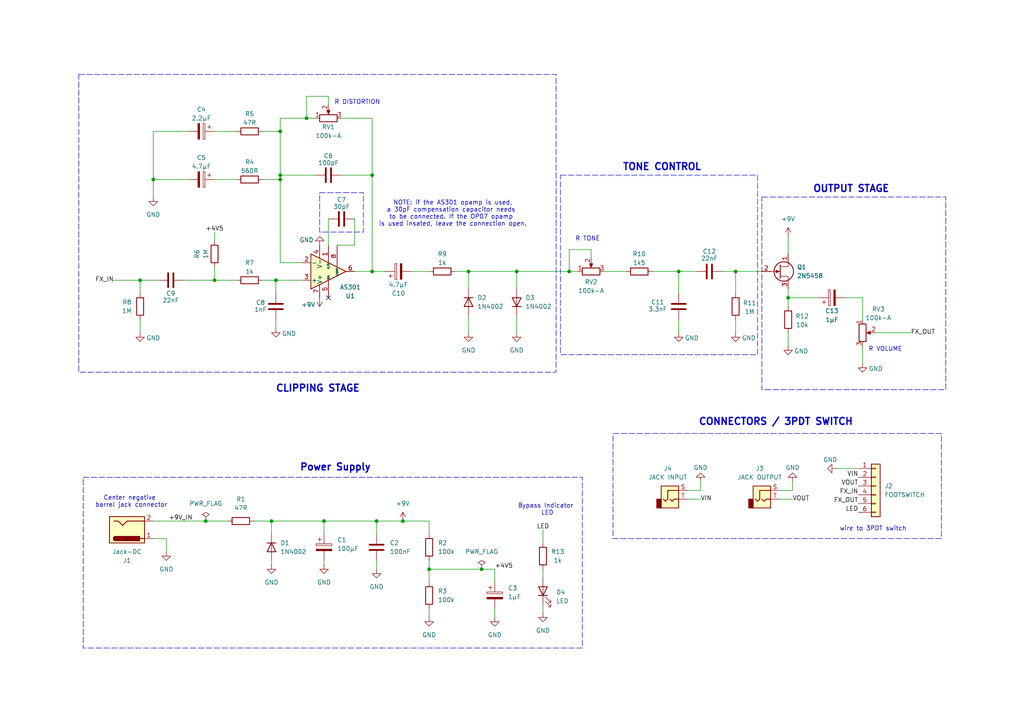
<source format=kicad_sch>
(kicad_sch (version 20231120) (generator "eeschema") (generator_version "8.0")
  (paper "A4")
  (lib_symbols
    (symbol "Amplifier_Operational:LM301" (pin_names (offset 0.127))
      (property "Reference" "U1" (at 8.382 4.318 0))
      (property "Value" "AS301" (at 8.382 1.778 0))
      (symbol "LM301_0_1"
        (polyline (pts (xy -5.08 5.08) (xy 5.08 0) (xy -5.08 -5.08) (xy -5.08 5.08)) (stroke (width 0.254)) (fill (type background)))
      )
      (symbol "LM301_1_1"
        (pin input line (at 0 -7.62 90) (length 5.08) (name "C/B") (number "1"))
        (pin input line (at -7.62 -2.54 0) (length 2.54) (name "-") (number "2"))
        (pin input line (at -7.62 2.54 0) (length 2.54) (name "+") (number "3"))
        (pin power_in line (at -2.54 -7.62 90) (length 3.81) (name "V-") (number "4"))
        (pin input line (at 0 7.62 270) (length 5.08) (name "BAL") (number "5"))
        (pin output line (at 7.62 0 180) (length 2.54) (name "~") (number "6"))
        (pin power_in line (at -2.54 7.62 270) (length 3.81) (name "V+") (number "7"))
        (pin input line (at 2.54 -7.62 90) (length 6.35) (name "COMP") (number "8"))
      )
    )
    (symbol "Connector:Jack-DC" (pin_names (offset 1.016))
      (property "Reference" "J" (at 0 5.334 0))
      (property "Value" "Jack-DC" (at 0 -5.08 0))
      (symbol "Jack-DC_0_1"
        (rectangle (start -5.08 3.81) (end 5.08 -3.81) (stroke (width 0.254)) (fill (type background)))
        (arc (start -3.302 3.175) (mid -3.9343 2.54) (end -3.302 1.905) (stroke (width 0.254)))
        (arc (start -3.302 3.175) (mid -3.9343 2.54) (end -3.302 1.905) (stroke (width 0.254)) (fill (type outline)))
        (polyline (pts (xy 5.08 2.54) (xy 3.81 2.54)) (stroke (width 0.254)))
        (polyline (pts (xy -3.81 -2.54) (xy -2.54 -2.54) (xy -1.27 -1.27) (xy 0 -2.54) (xy 2.54 -2.54) (xy 5.08 -2.54)) (stroke (width 0.254)))
        (rectangle (start 3.683 3.175) (end -3.302 1.905) (stroke (width 0.254)) (fill (type outline)))
      )
      (symbol "Jack-DC_1_1"
        (pin passive line (at 7.62 2.54 180) (length 2.54) (name "~") (number "1"))
        (pin passive line (at 7.62 -2.54 180) (length 2.54) (name "~") (number "2"))
      )
    )
    (symbol "Connector_Audio:AudioJack2"
      (property "Reference" "J" (at 0 8.89 0))
      (property "Value" "AudioJack2" (at 0 6.35 0))
      (symbol "AudioJack2_0_1"
        (rectangle (start -3.81 0) (end -2.54 -2.54) (stroke (width 0.254)) (fill (type outline)))
        (rectangle (start -2.54 3.81) (end 2.54 -2.54) (stroke (width 0.254)) (fill (type background)))
        (polyline (pts (xy 0 0) (xy 0.635 -0.635) (xy 1.27 0) (xy 2.54 0)) (stroke (width 0.254)))
        (polyline (pts (xy 2.54 2.54) (xy -0.635 2.54) (xy -0.635 0) (xy -1.27 -0.635) (xy -1.905 0)) (stroke (width 0.254)))
      )
      (symbol "AudioJack2_1_1"
        (pin passive line (at 5.08 2.54 180) (length 2.54) (name "~") (number "S"))
        (pin passive line (at 5.08 0 180) (length 2.54) (name "~") (number "T"))
      )
    )
    (symbol "Connector_Generic:Conn_01x06" (pin_names (offset 1.016) hide)
      (property "Reference" "J" (at 0 7.62 0))
      (property "Value" "Conn_01x06" (at 0 -10.16 0))
      (symbol "Conn_01x06_1_1"
        (rectangle (start -1.27 -7.493) (end 0 -7.747) (stroke (width 0.1524)))
        (rectangle (start -1.27 -4.953) (end 0 -5.207) (stroke (width 0.1524)))
        (rectangle (start -1.27 -2.413) (end 0 -2.667) (stroke (width 0.1524)))
        (rectangle (start -1.27 0.127) (end 0 -0.127) (stroke (width 0.1524)))
        (rectangle (start -1.27 2.667) (end 0 2.413) (stroke (width 0.1524)))
        (rectangle (start -1.27 5.207) (end 0 4.953) (stroke (width 0.1524)))
        (rectangle (start -1.27 6.35) (end 1.27 -8.89) (stroke (width 0.254)) (fill (type background)))
        (pin passive line (at -5.08 5.08 0) (length 3.81) (name "Pin_1") (number "1"))
        (pin passive line (at -5.08 2.54 0) (length 3.81) (name "Pin_2") (number "2"))
        (pin passive line (at -5.08 0 0) (length 3.81) (name "Pin_3") (number "3"))
        (pin passive line (at -5.08 -2.54 0) (length 3.81) (name "Pin_4") (number "4"))
        (pin passive line (at -5.08 -5.08 0) (length 3.81) (name "Pin_5") (number "5"))
        (pin passive line (at -5.08 -7.62 0) (length 3.81) (name "Pin_6") (number "6"))
      )
    )
    (symbol "Device:C" (pin_numbers hide) (pin_names (offset 0.254))
      (property "Reference" "C" (at 0.635 2.54 0))
      (property "Value" "C" (at 0.635 -2.54 0))
      (symbol "C_0_1"
        (polyline (pts (xy -2.032 -0.762) (xy 2.032 -0.762)) (stroke (width 0.508)))
        (polyline (pts (xy -2.032 0.762) (xy 2.032 0.762)) (stroke (width 0.508)))
      )
      (symbol "C_1_1"
        (pin passive line (at 0 3.81 270) (length 2.794) (name "~") (number "1"))
        (pin passive line (at 0 -3.81 90) (length 2.794) (name "~") (number "2"))
      )
    )
    (symbol "Device:C_Polarized" (pin_numbers hide) (pin_names (offset 0.254))
      (property "Reference" "C" (at 0.635 2.54 0))
      (property "Value" "C_Polarized" (at 0.635 -2.54 0))
      (symbol "C_Polarized_0_1"
        (rectangle (start -2.286 0.508) (end 2.286 1.016))
        (polyline (pts (xy -1.778 2.286) (xy -0.762 2.286)))
        (polyline (pts (xy -1.27 2.794) (xy -1.27 1.778)))
        (rectangle (start 2.286 -0.508) (end -2.286 -1.016) (fill (type outline)))
      )
      (symbol "C_Polarized_1_1"
        (pin passive line (at 0 3.81 270) (length 2.794) (name "~") (number "1"))
        (pin passive line (at 0 -3.81 90) (length 2.794) (name "~") (number "2"))
      )
    )
    (symbol "Device:LED" (pin_numbers hide) (pin_names (offset 1.016) hide)
      (property "Reference" "D" (at 0 2.54 0))
      (property "Value" "LED" (at 0 -2.54 0))
      (symbol "LED_0_1"
        (polyline (pts (xy -1.27 -1.27) (xy -1.27 1.27)) (stroke (width 0.254)))
        (polyline (pts (xy -1.27 0) (xy 1.27 0)))
        (polyline (pts (xy 1.27 -1.27) (xy 1.27 1.27) (xy -1.27 0) (xy 1.27 -1.27)) (stroke (width 0.254)))
        (polyline (pts (xy -3.048 -0.762) (xy -4.572 -2.286) (xy -3.81 -2.286) (xy -4.572 -2.286) (xy -4.572 -1.524)))
        (polyline (pts (xy -1.778 -0.762) (xy -3.302 -2.286) (xy -2.54 -2.286) (xy -3.302 -2.286) (xy -3.302 -1.524)))
      )
      (symbol "LED_1_1"
        (pin passive line (at -3.81 0 0) (length 2.54) (name "K") (number "1"))
        (pin passive line (at 3.81 0 180) (length 2.54) (name "A") (number "2"))
      )
    )
    (symbol "Device:R" (pin_numbers hide) (pin_names (offset 0))
      (property "Reference" "R" (at 2.032 0 90))
      (property "Value" "R" (at 0 0 90))
      (symbol "R_0_1"
        (rectangle (start -1.016 -2.54) (end 1.016 2.54) (stroke (width 0.254)))
      )
      (symbol "R_1_1"
        (pin passive line (at 0 3.81 270) (length 1.27) (name "~") (number "1"))
        (pin passive line (at 0 -3.81 90) (length 1.27) (name "~") (number "2"))
      )
    )
    (symbol "Device:R_Potentiometer" (pin_names (offset 1.016) hide)
      (property "Reference" "RV" (at -4.445 0 90))
      (property "Value" "R_Potentiometer" (at -2.54 0 90))
      (symbol "R_Potentiometer_0_1"
        (polyline (pts (xy 2.54 0) (xy 1.524 0)))
        (polyline (pts (xy 1.143 0) (xy 2.286 0.508) (xy 2.286 -0.508) (xy 1.143 0)) (fill (type outline)))
        (rectangle (start 1.016 2.54) (end -1.016 -2.54) (stroke (width 0.254)))
      )
      (symbol "R_Potentiometer_1_1"
        (pin passive line (at 0 3.81 270) (length 1.27) (name "1") (number "1"))
        (pin passive line (at 3.81 0 180) (length 1.27) (name "2") (number "2"))
        (pin passive line (at 0 -3.81 90) (length 1.27) (name "3") (number "3"))
      )
    )
    (symbol "Diode:1N4002" (pin_numbers hide) (pin_names hide)
      (property "Reference" "D" (at 0 2.54 0))
      (property "Value" "1N4002" (at 0 -2.54 0))
      (symbol "1N4002_0_1"
        (polyline (pts (xy -1.27 1.27) (xy -1.27 -1.27)) (stroke (width 0.254)))
        (polyline (pts (xy 1.27 0) (xy -1.27 0)))
        (polyline (pts (xy 1.27 1.27) (xy 1.27 -1.27) (xy -1.27 0) (xy 1.27 1.27)) (stroke (width 0.254)))
      )
      (symbol "1N4002_1_1"
        (pin passive line (at -3.81 0 0) (length 2.54) (name "K") (number "1"))
        (pin passive line (at 3.81 0 180) (length 2.54) (name "A") (number "2"))
      )
    )
    (symbol "Transistor_FET:2N3819" (pin_names hide)
      (property "Reference" "Q" (at 5.08 1.905 0))
      (property "Value" "2N3819" (at 5.08 0 0))
      (symbol "2N3819_0_1"
        (polyline (pts (xy 0.254 0) (xy -2.54 0)))
        (polyline (pts (xy 0.254 1.905) (xy 0.254 -1.905)) (stroke (width 0.254)))
        (polyline (pts (xy 2.54 -2.54) (xy 2.54 -1.397) (xy 0.254 -1.397)))
        (polyline (pts (xy 2.54 2.54) (xy 2.54 1.397) (xy 0.254 1.397)))
        (polyline (pts (xy 0 0) (xy -1.016 0.381) (xy -1.016 -0.381) (xy 0 0)) (fill (type outline)))
        (circle (center 1.27 0) (radius 2.8194) (stroke (width 0.254)))
      )
      (symbol "2N3819_1_1"
        (pin passive line (at 2.54 5.08 270) (length 2.54) (name "D") (number "1"))
        (pin input line (at -5.08 0 0) (length 2.54) (name "G") (number "2"))
        (pin passive line (at 2.54 -5.08 90) (length 2.54) (name "S") (number "3"))
      )
    )
    (symbol "power:+9V" (power) (pin_numbers hide) (pin_names (offset 0) hide)
      (property "Value" "+9V" (at 0 3.556 0))
      (symbol "+9V_0_1"
        (polyline (pts (xy -0.762 1.27) (xy 0 2.54)))
        (polyline (pts (xy 0 0) (xy 0 2.54)))
        (polyline (pts (xy 0 2.54) (xy 0.762 1.27)))
      )
      (symbol "+9V_1_1"
        (pin power_in line (at 0 0 90) (length 0) (name "~") (number "1"))
      )
    )
    (symbol "power:GND" (power) (pin_numbers hide) (pin_names (offset 0) hide)
      (property "Value" "GND" (at 0 -3.81 0))
      (symbol "GND_0_1"
        (polyline (pts (xy 0 0) (xy 0 -1.27) (xy 1.27 -1.27) (xy 0 -2.54) (xy -1.27 -1.27) (xy 0 -1.27)))
      )
      (symbol "GND_1_1"
        (pin power_in line (at 0 0 270) (length 0) (name "~") (number "1"))
      )
    )
    (symbol "power:PWR_FLAG" (power) (pin_numbers hide) (pin_names (offset 0) hide)
      (property "Value" "PWR_FLAG" (at 0 3.81 0))
      (symbol "PWR_FLAG_0_0"
        (pin power_out line (at 0 0 90) (length 0) (name "~") (number "1"))
      )
      (symbol "PWR_FLAG_0_1"
        (polyline (pts (xy 0 0) (xy 0 1.27) (xy -1.016 1.905) (xy 0 2.54) (xy 1.016 1.905) (xy 0 1.27)))
      )
    )
  )
  (junction (at 93.98 151.13))
  (junction (at 107.95 50.8))
  (junction (at 107.95 78.74))
  (junction (at 139.7 165.1))
  (junction (at 109.22 151.13))
  (junction (at 81.28 52.07))
  (junction (at 44.45 52.07))
  (junction (at 80.01 81.28))
  (junction (at 149.86 78.74))
  (junction (at 78.74 151.13))
  (junction (at 196.85 78.74))
  (junction (at 228.6 86.36))
  (junction (at 116.84 151.13))
  (junction (at 81.28 50.8))
  (junction (at 40.64 81.28))
  (junction (at 62.23 81.28))
  (junction (at 135.89 78.74))
  (junction (at 88.9 34.29))
  (junction (at 124.46 165.1))
  (junction (at 165.1 78.74))
  (junction (at 81.28 38.1))
  (junction (at 213.36 78.74))
  (junction (at 59.69 151.13))
  (no_connect (at 95.25 86.36))
  (wire (pts (xy 109.22 151.13) (xy 116.84 151.13)))
  (wire (pts (xy 80.01 92.71) (xy 80.01 95.25)))
  (wire (pts (xy 107.95 50.8) (xy 107.95 78.74)))
  (wire (pts (xy 48.26 156.21) (xy 48.26 160.02)))
  (wire (pts (xy 254 96.52) (xy 264.16 96.52)))
  (wire (pts (xy 228.6 86.36) (xy 237.49 86.36)))
  (wire (pts (xy 157.48 165.1) (xy 157.48 167.64)))
  (wire (pts (xy 68.58 81.28) (xy 62.23 81.28)))
  (wire (pts (xy 109.22 162.56) (xy 109.22 165.1)))
  (wire (pts (xy 213.36 92.71) (xy 213.36 96.52)))
  (wire (pts (xy 107.95 34.29) (xy 107.95 50.8)))
  (wire (pts (xy 196.85 96.52) (xy 196.85 92.71)))
  (wire (pts (xy 102.87 71.12) (xy 97.79 71.12)))
  (wire (pts (xy 213.36 78.74) (xy 220.98 78.74)))
  (wire (pts (xy 44.45 52.07) (xy 54.61 52.07)))
  (wire (pts (xy 124.46 162.56) (xy 124.46 165.1)))
  (wire (pts (xy 78.74 163.83) (xy 78.74 162.56)))
  (wire (pts (xy 62.23 52.07) (xy 68.58 52.07)))
  (wire (pts (xy 44.45 57.15) (xy 44.45 52.07)))
  (wire (pts (xy 80.01 81.28) (xy 87.63 81.28)))
  (wire (pts (xy 102.87 78.74) (xy 107.95 78.74)))
  (wire (pts (xy 109.22 151.13) (xy 109.22 154.94)))
  (wire (pts (xy 81.28 50.8) (xy 91.44 50.8)))
  (wire (pts (xy 135.89 96.52) (xy 135.89 91.44)))
  (wire (pts (xy 76.2 81.28) (xy 80.01 81.28)))
  (wire (pts (xy 209.55 78.74) (xy 213.36 78.74)))
  (wire (pts (xy 81.28 34.29) (xy 88.9 34.29)))
  (wire (pts (xy 76.2 38.1) (xy 81.28 38.1)))
  (wire (pts (xy 203.2 139.7) (xy 203.2 142.24)))
  (wire (pts (xy 44.45 156.21) (xy 48.26 156.21)))
  (wire (pts (xy 81.28 38.1) (xy 81.28 50.8)))
  (wire (pts (xy 62.23 38.1) (xy 68.58 38.1)))
  (wire (pts (xy 165.1 72.39) (xy 165.1 78.74)))
  (wire (pts (xy 171.45 74.93) (xy 171.45 72.39)))
  (wire (pts (xy 229.87 139.7) (xy 229.87 142.24)))
  (wire (pts (xy 157.48 153.67) (xy 157.48 157.48)))
  (wire (pts (xy 228.6 96.52) (xy 228.6 100.33)))
  (wire (pts (xy 242.57 135.89) (xy 248.92 135.89)))
  (wire (pts (xy 135.89 78.74) (xy 135.89 83.82)))
  (wire (pts (xy 139.7 165.1) (xy 143.51 165.1)))
  (wire (pts (xy 250.19 92.71) (xy 250.19 86.36)))
  (wire (pts (xy 93.98 162.56) (xy 93.98 163.83)))
  (wire (pts (xy 54.61 38.1) (xy 44.45 38.1)))
  (wire (pts (xy 95.25 63.5) (xy 95.25 71.12)))
  (wire (pts (xy 76.2 52.07) (xy 81.28 52.07)))
  (wire (pts (xy 124.46 176.53) (xy 124.46 179.07)))
  (wire (pts (xy 99.06 50.8) (xy 107.95 50.8)))
  (wire (pts (xy 149.86 78.74) (xy 165.1 78.74)))
  (wire (pts (xy 124.46 151.13) (xy 124.46 154.94)))
  (wire (pts (xy 62.23 67.31) (xy 62.23 69.85)))
  (wire (pts (xy 157.48 175.26) (xy 157.48 177.8)))
  (wire (pts (xy 124.46 165.1) (xy 124.46 168.91)))
  (wire (pts (xy 78.74 151.13) (xy 93.98 151.13)))
  (wire (pts (xy 107.95 78.74) (xy 111.76 78.74)))
  (wire (pts (xy 175.26 78.74) (xy 181.61 78.74)))
  (wire (pts (xy 196.85 78.74) (xy 189.23 78.74)))
  (wire (pts (xy 124.46 165.1) (xy 139.7 165.1)))
  (wire (pts (xy 196.85 78.74) (xy 196.85 85.09)))
  (wire (pts (xy 88.9 34.29) (xy 91.44 34.29)))
  (wire (pts (xy 81.28 38.1) (xy 81.28 34.29)))
  (wire (pts (xy 199.39 144.78) (xy 203.2 144.78)))
  (wire (pts (xy 149.86 78.74) (xy 149.86 83.82)))
  (wire (pts (xy 80.01 85.09) (xy 80.01 81.28)))
  (wire (pts (xy 95.25 27.94) (xy 88.9 27.94)))
  (wire (pts (xy 116.84 151.13) (xy 124.46 151.13)))
  (wire (pts (xy 143.51 165.1) (xy 143.51 168.91)))
  (wire (pts (xy 228.6 86.36) (xy 228.6 88.9)))
  (wire (pts (xy 250.19 100.33) (xy 250.19 105.41)))
  (wire (pts (xy 102.87 63.5) (xy 102.87 71.12)))
  (wire (pts (xy 59.69 151.13) (xy 66.04 151.13)))
  (wire (pts (xy 40.64 85.09) (xy 40.64 81.28)))
  (wire (pts (xy 228.6 68.58) (xy 228.6 73.66)))
  (wire (pts (xy 196.85 78.74) (xy 201.93 78.74)))
  (wire (pts (xy 143.51 176.53) (xy 143.51 179.07)))
  (wire (pts (xy 44.45 38.1) (xy 44.45 52.07)))
  (wire (pts (xy 93.98 151.13) (xy 93.98 154.94)))
  (wire (pts (xy 226.06 144.78) (xy 229.87 144.78)))
  (wire (pts (xy 203.2 142.24) (xy 199.39 142.24)))
  (wire (pts (xy 99.06 34.29) (xy 107.95 34.29)))
  (wire (pts (xy 165.1 78.74) (xy 167.64 78.74)))
  (wire (pts (xy 81.28 50.8) (xy 81.28 52.07)))
  (wire (pts (xy 132.08 78.74) (xy 135.89 78.74)))
  (wire (pts (xy 250.19 86.36) (xy 245.11 86.36)))
  (wire (pts (xy 149.86 96.52) (xy 149.86 91.44)))
  (wire (pts (xy 229.87 142.24) (xy 226.06 142.24)))
  (wire (pts (xy 44.45 151.13) (xy 59.69 151.13)))
  (wire (pts (xy 62.23 81.28) (xy 62.23 77.47)))
  (wire (pts (xy 40.64 81.28) (xy 45.72 81.28)))
  (wire (pts (xy 93.98 151.13) (xy 109.22 151.13)))
  (wire (pts (xy 40.64 92.71) (xy 40.64 96.52)))
  (wire (pts (xy 88.9 27.94) (xy 88.9 34.29)))
  (wire (pts (xy 81.28 76.2) (xy 87.63 76.2)))
  (wire (pts (xy 53.34 81.28) (xy 62.23 81.28)))
  (wire (pts (xy 135.89 78.74) (xy 149.86 78.74)))
  (wire (pts (xy 95.25 30.48) (xy 95.25 27.94)))
  (wire (pts (xy 171.45 72.39) (xy 165.1 72.39)))
  (wire (pts (xy 228.6 83.82) (xy 228.6 86.36)))
  (wire (pts (xy 81.28 52.07) (xy 81.28 76.2)))
  (wire (pts (xy 213.36 78.74) (xy 213.36 85.09)))
  (wire (pts (xy 119.38 78.74) (xy 124.46 78.74)))
  (wire (pts (xy 73.66 151.13) (xy 78.74 151.13)))
  (wire (pts (xy 33.02 81.28) (xy 40.64 81.28)))
  (wire (pts (xy 78.74 151.13) (xy 78.74 154.94)))
  (rectangle (start 220.98 57.15) (end 274.32 113.03) (stroke (width 0) (type dash)))
  (rectangle (start 92.71 55.88) (end 105.41 67.31) (stroke (width 0) (type dash)))
  (rectangle (start 162.56 50.8) (end 219.71 102.87) (stroke (width 0) (type dash)))
  (rectangle (start 22.86 21.59) (end 161.29 107.95) (stroke (width 0) (type dash)))
  (rectangle (start 24.13 138.43) (end 168.91 187.96) (stroke (width 0) (type dash)))
  (rectangle (start 177.8 125.73) (end 273.05 156.21) (stroke (width 0) (type dash)))
  (text "TONE CONTROL" (at 192.024 48.514 0) (effects (font (size 2 2) (thickness 0.4) (bold yes))))
  (text "Power Supply" (at 97.282 135.636 0) (effects (font (size 2 2) (thickness 0.4) (bold yes))))
  (text "R VOLUME" (at 256.794 101.346 0) (effects (font (size 1.27 1.27))))
  (text "CLIPPING STAGE" (at 92.202 112.776 0) (effects (font (size 2 2) (thickness 0.4) (bold yes))))
  (text "wire to 3PDT switch" (at 253.238 153.416 0) (effects (font (size 1.27 1.27))))
  (text "NOTE: if the AS301 opamp is used,\na 30pF compensation capacitor needs \nto be connected. If the OP07 opamp \nis used insated, leave the connection open." (at 131.318 61.976 0) (effects (font (size 1.27 1.27))))
  (text "R DISTORTION" (at 103.632 29.718 0) (effects (font (size 1.27 1.27))))
  (text "Bypass Indicator \nLED" (at 158.75 147.828 0) (effects (font (size 1.27 1.27))))
  (text "OUTPUT STAGE" (at 246.888 54.864 0) (effects (font (size 2 2) (thickness 0.4) (bold yes))))
  (text "CONNECTORS / 3PDT SWITCH" (at 225.044 122.428 0) (effects (font (size 2 2) (thickness 0.4) (bold yes))))
  (text "Center negative \nbarrel jack connector" (at 38.1 145.542 0) (effects (font (size 1.27 1.27))))
  (text "R TONE" (at 170.434 69.342 0) (effects (font (size 1.27 1.27))))
  (label "VOUT" (at 229.87 144.78 0))
  (label "FX_IN" (at 248.92 143.51 180))
  (label "FX_IN" (at 33.02 81.28 180))
  (label "VIN" (at 203.2 144.78 0))
  (label "FX_OUT" (at 248.92 146.05 180))
  (label "LED" (at 157.48 153.67 0))
  (label "+9V_IN" (at 55.88 151.13 180))
  (label "FX_OUT" (at 264.16 96.52 0))
  (label "+4V5" (at 62.23 67.31 0))
  (label "LED" (at 248.92 148.59 180))
  (label "+4V5" (at 143.51 165.1 0))
  (label "VIN" (at 248.92 138.43 180))
  (label "VOUT" (at 248.92 140.97 180))
  (symbol (lib_id "Device:C") (at 196.85 88.9 0) (unit 1)
    (property "Reference" "C11" (at 190.754 87.63 0))
    (property "Value" "3.3nF" (at 190.754 89.662 0))
    (property "Footprint" "Capacitor_THT:C_Disc_D4.3mm_W1.9mm_P5.00mm" (effects (hide yes)))
    (property "Description" "Unpolarized capacitor" (effects (hide yes)))
  )
  (symbol (lib_id "Device:R") (at 157.48 161.29 180) (unit 1)
    (property "Reference" "R13" (at 161.798 160.02 0))
    (property "Value" "1k" (at 161.798 162.56 0))
    (property "Footprint" "Resistor_THT:R_Axial_DIN0207_L6.3mm_D2.5mm_P7.62mm_Horizontal" (effects (hide yes)))
    (property "Description" "Resistor" (effects (hide yes)))
  )
  (symbol (lib_id "Diode:1N4002") (at 135.89 87.63 270) (unit 1)
    (property "Reference" "D2" (at 138.43 86.3599 90) (effects (justify left)))
    (property "Value" "1N4002" (at 138.43 88.8999 90) (effects (justify left)))
    (property "Footprint" "Diode_THT:D_DO-41_SOD81_P10.16mm_Horizontal" (effects (hide yes)))
    (property "Datasheet" "http://www.vishay.com/docs/88503/1n4001.pdf" (effects (hide yes)))
    (property "Description" "100V 1A General Purpose Rectifier Diode, DO-41" (effects (hide yes)))
    (property "Sim.Device" "D" (effects (hide yes)))
    (property "Sim.Pins" "1=K 2=A" (effects (hide yes)))
  )
  (symbol (lib_id "power:+9V") (at 92.71 86.36 180) (unit 1)
    (property "Reference" "#PWR08" (effects (hide yes)))
    (property "Value" "+9V" (at 89.408 88.392 0))
    (property "Description" "Power symbol creates a global label with name \"+9V\"" (effects (hide yes)))
  )
  (symbol (lib_id "Connector_Audio:AudioJack2") (at 220.98 144.78 0) (unit 1)
    (property "Reference" "J3" (at 220.345 135.89 0))
    (property "Value" "JACK OUTPUT" (at 220.345 138.43 0))
    (property "Footprint" "TestPoint:TestPoint_2Pads_Pitch2.54mm_Drill0.8mm" (effects (hide yes)))
    (property "Description" "Audio Jack, 2 Poles (Mono / TS)" (effects (hide yes)))
  )
  (symbol (lib_id "power:GND") (at 48.26 160.02 0) (unit 1)
    (property "Reference" "#PWR019" (effects (hide yes)))
    (property "Value" "GND" (at 48.26 165.1 0))
    (property "Description" "Power symbol creates a global label with name \"GND\" , ground" (effects (hide yes)))
  )
  (symbol (lib_id "power:GND") (at 242.57 135.89 270) (unit 1)
    (property "Reference" "#PWR020" (effects (hide yes)))
    (property "Value" "GND" (at 240.792 133.35 90))
    (property "Description" "Power symbol creates a global label with name \"GND\" , ground" (effects (hide yes)))
  )
  (symbol (lib_id "power:GND") (at 213.36 96.52 0) (unit 1)
    (property "Reference" "#PWR015" (effects (hide yes)))
    (property "Value" "GND" (at 217.17 98.044 0))
    (property "Description" "Power symbol creates a global label with name \"GND\" , ground" (effects (hide yes)))
  )
  (symbol (lib_id "power:GND") (at 157.48 177.8 0) (unit 1)
    (property "Reference" "#PWR023" (effects (hide yes)))
    (property "Value" "GND" (at 157.48 182.88 0))
    (property "Description" "Power symbol creates a global label with name \"GND\" , ground" (effects (hide yes)))
  )
  (symbol (lib_id "Device:R") (at 185.42 78.74 90) (unit 1)
    (property "Reference" "R10" (at 185.42 73.66 90))
    (property "Value" "1k5" (at 185.42 76.2 90))
    (property "Footprint" "Resistor_THT:R_Axial_DIN0207_L6.3mm_D2.5mm_P7.62mm_Horizontal" (effects (hide yes)))
    (property "Description" "Resistor" (effects (hide yes)))
  )
  (symbol (lib_id "power:GND") (at 196.85 96.52 0) (unit 1)
    (property "Reference" "#PWR014" (effects (hide yes)))
    (property "Value" "GND" (at 200.66 98.044 0))
    (property "Description" "Power symbol creates a global label with name \"GND\" , ground" (effects (hide yes)))
  )
  (symbol (lib_id "power:GND") (at 92.71 71.12 180) (unit 1)
    (property "Reference" "#PWR07" (effects (hide yes)))
    (property "Value" "GND" (at 88.9 69.596 0))
    (property "Description" "Power symbol creates a global label with name \"GND\" , ground" (effects (hide yes)))
  )
  (symbol (lib_id "Device:R_Potentiometer") (at 250.19 96.52 0) (unit 1)
    (property "Reference" "RV3" (at 254.762 89.662 0))
    (property "Value" "100k-A" (at 254.762 92.202 0))
    (property "Footprint" "Connector_PinSocket_2.54mm:PinSocket_1x03_P2.54mm_Vertical" (effects (hide yes)))
    (property "Description" "Potentiometer" (effects (hide yes)))
  )
  (symbol (lib_id "Device:R_Potentiometer") (at 171.45 78.74 90) (unit 1)
    (property "Reference" "RV2" (at 171.45 81.788 90))
    (property "Value" "100k-A" (at 171.45 84.328 90))
    (property "Footprint" "Connector_PinSocket_2.54mm:PinSocket_1x03_P2.54mm_Vertical" (effects (hide yes)))
    (property "Description" "Potentiometer" (effects (hide yes)))
  )
  (symbol (lib_id "Device:R") (at 69.85 151.13 90) (unit 1)
    (property "Reference" "R1" (at 69.85 144.78 90))
    (property "Value" "47R" (at 69.85 147.32 90))
    (property "Footprint" "Resistor_THT:R_Axial_DIN0207_L6.3mm_D2.5mm_P7.62mm_Horizontal" (effects (hide yes)))
    (property "Description" "Resistor" (effects (hide yes)))
  )
  (symbol (lib_id "Device:C") (at 49.53 81.28 90) (unit 1)
    (property "Reference" "C9" (at 49.53 85.09 90))
    (property "Value" "22nF" (at 49.53 87.122 90))
    (property "Footprint" "Capacitor_THT:C_Disc_D4.3mm_W1.9mm_P5.00mm" (effects (hide yes)))
    (property "Description" "Unpolarized capacitor" (effects (hide yes)))
  )
  (symbol (lib_id "Device:C_Polarized") (at 241.3 86.36 90) (unit 1)
    (property "Reference" "C13" (at 241.3 90.17 90))
    (property "Value" "1µF" (at 241.3 92.71 90))
    (property "Footprint" "Capacitor_THT:CP_Radial_D5.0mm_P2.00mm" (effects (hide yes)))
    (property "Description" "Polarized capacitor" (effects (hide yes)))
  )
  (symbol (lib_id "Device:LED") (at 157.48 171.45 90) (unit 1)
    (property "Reference" "D4" (at 161.29 171.7674 90) (effects (justify right)))
    (property "Value" "LED" (at 161.29 174.3074 90) (effects (justify right)))
    (property "Footprint" "LED_THT:LED_D5.0mm_IRBlack" (effects (hide yes)))
    (property "Description" "Light emitting diode" (effects (hide yes)))
  )
  (symbol (lib_id "Device:C_Polarized") (at 93.98 158.75 0) (unit 1)
    (property "Reference" "C1" (at 97.79 156.5909 0) (effects (justify left)))
    (property "Value" "100µF" (at 97.79 159.1309 0) (effects (justify left)))
    (property "Footprint" "Capacitor_THT:CP_Radial_D6.3mm_P2.50mm" (effects (hide yes)))
    (property "Description" "Polarized capacitor" (effects (hide yes)))
  )
  (symbol (lib_id "power:GND") (at 93.98 163.83 0) (unit 1)
    (property "Reference" "#PWR02" (effects (hide yes)))
    (property "Value" "GND" (at 93.98 168.91 0))
    (property "Description" "Power symbol creates a global label with name \"GND\" , ground" (effects (hide yes)))
  )
  (symbol (lib_id "power:GND") (at 143.51 179.07 0) (unit 1)
    (property "Reference" "#PWR05" (effects (hide yes)))
    (property "Value" "GND" (at 143.51 184.15 0))
    (property "Description" "Power symbol creates a global label with name \"GND\" , ground" (effects (hide yes)))
  )
  (symbol (lib_id "Device:R") (at 128.27 78.74 90) (unit 1)
    (property "Reference" "R9" (at 128.27 73.66 90))
    (property "Value" "1k" (at 128.27 76.2 90))
    (property "Footprint" "Resistor_THT:R_Axial_DIN0207_L6.3mm_D2.5mm_P7.62mm_Horizontal" (effects (hide yes)))
    (property "Description" "Resistor" (effects (hide yes)))
  )
  (symbol (lib_id "Device:R") (at 228.6 92.71 180) (unit 1)
    (property "Reference" "R12" (at 232.664 91.694 0))
    (property "Value" "10k" (at 232.664 94.234 0))
    (property "Footprint" "Resistor_THT:R_Axial_DIN0207_L6.3mm_D2.5mm_P7.62mm_Horizontal" (effects (hide yes)))
    (property "Description" "Resistor" (effects (hide yes)))
  )
  (symbol (lib_id "Connector:Jack-DC") (at 36.83 153.67 0) (mirror x) (unit 1)
    (property "Reference" "J1" (at 36.83 162.56 0))
    (property "Value" "Jack-DC" (at 36.83 160.02 0))
    (property "Footprint" "Connector_PinHeader_1.00mm:PinHeader_1x02_P1.00mm_Vertical" (effects (hide yes)))
    (property "Description" "DC Barrel Jack" (effects (hide yes)))
  )
  (symbol (lib_id "Device:C") (at 80.01 88.9 0) (unit 1)
    (property "Reference" "C8" (at 75.565 87.757 0))
    (property "Value" "1nF" (at 75.565 89.789 0))
    (property "Footprint" "Capacitor_THT:C_Disc_D4.3mm_W1.9mm_P5.00mm" (effects (hide yes)))
    (property "Description" "Unpolarized capacitor" (effects (hide yes)))
  )
  (symbol (lib_id "Device:R") (at 72.39 81.28 90) (unit 1)
    (property "Reference" "R7" (at 72.39 76.2 90))
    (property "Value" "1k" (at 72.39 78.74 90))
    (property "Footprint" "Resistor_THT:R_Axial_DIN0207_L6.3mm_D2.5mm_P7.62mm_Horizontal" (effects (hide yes)))
    (property "Description" "Resistor" (effects (hide yes)))
  )
  (symbol (lib_id "Device:C_Polarized") (at 58.42 38.1 270) (unit 1)
    (property "Reference" "C4" (at 58.42 31.75 90))
    (property "Value" "2.2µF" (at 58.42 34.29 90))
    (property "Footprint" "Capacitor_THT:CP_Radial_D5.0mm_P2.00mm" (effects (hide yes)))
    (property "Description" "Polarized capacitor" (effects (hide yes)))
  )
  (symbol (lib_id "power:GND") (at 250.19 105.41 0) (unit 1)
    (property "Reference" "#PWR018" (effects (hide yes)))
    (property "Value" "GND" (at 254 106.934 0))
    (property "Description" "Power symbol creates a global label with name \"GND\" , ground" (effects (hide yes)))
  )
  (symbol (lib_id "Device:R_Potentiometer") (at 95.25 34.29 90) (unit 1)
    (property "Reference" "RV1" (at 95.25 36.83 90))
    (property "Value" "100k-A" (at 95.25 39.37 90))
    (property "Footprint" "Connector_PinSocket_2.54mm:PinSocket_1x03_P2.54mm_Vertical" (effects (hide yes)))
    (property "Description" "Potentiometer" (effects (hide yes)))
  )
  (symbol (lib_id "Device:R") (at 124.46 172.72 180) (unit 1)
    (property "Reference" "R3" (at 127 171.4499 0) (effects (justify right)))
    (property "Value" "100k" (at 127 173.9899 0) (effects (justify right)))
    (property "Footprint" "Resistor_THT:R_Axial_DIN0207_L6.3mm_D2.5mm_P7.62mm_Horizontal" (effects (hide yes)))
    (property "Description" "Resistor" (effects (hide yes)))
  )
  (symbol (lib_id "Connector_Generic:Conn_01x06") (at 254 140.97 0) (unit 1)
    (property "Reference" "J2" (at 256.54 140.9699 0) (effects (justify left)))
    (property "Value" "FOOTSWITCH" (at 256.54 143.5099 0) (effects (justify left)))
    (property "Footprint" "Connector_PinHeader_2.54mm:PinHeader_1x06_P2.54mm_Vertical" (effects (hide yes)))
    (property "Description" "Generic connector, single row, 01x06, script generated (kicad-library-utils/schlib/autogen/connector/)" (effects (hide yes)))
  )
  (symbol (lib_id "Device:C") (at 109.22 158.75 0) (unit 1)
    (property "Reference" "C2" (at 113.03 157.4799 0) (effects (justify left)))
    (property "Value" "100nF" (at 113.03 160.0199 0) (effects (justify left)))
    (property "Footprint" "Capacitor_THT:C_Disc_D4.3mm_W1.9mm_P5.00mm" (effects (hide yes)))
    (property "Description" "Unpolarized capacitor" (effects (hide yes)))
  )
  (symbol (lib_id "Device:R") (at 62.23 73.66 180) (unit 1)
    (property "Reference" "R6" (at 57.15 73.66 90))
    (property "Value" "1M" (at 59.69 73.66 90))
    (property "Footprint" "Resistor_THT:R_Axial_DIN0207_L6.3mm_D2.5mm_P7.62mm_Horizontal" (effects (hide yes)))
    (property "Description" "Resistor" (effects (hide yes)))
  )
  (symbol (lib_id "power:PWR_FLAG") (at 59.69 151.13 0) (unit 1)
    (property "Reference" "#FLG01" (effects (hide yes)))
    (property "Value" "PWR_FLAG" (at 59.69 146.05 0))
    (property "Description" "Special symbol for telling ERC where power comes from" (effects (hide yes)))
  )
  (symbol (lib_id "Device:R") (at 124.46 158.75 180) (unit 1)
    (property "Reference" "R2" (at 127 157.4799 0) (effects (justify right)))
    (property "Value" "100k" (at 127 160.0199 0) (effects (justify right)))
    (property "Footprint" "Resistor_THT:R_Axial_DIN0207_L6.3mm_D2.5mm_P7.62mm_Horizontal" (effects (hide yes)))
    (property "Description" "Resistor" (effects (hide yes)))
  )
  (symbol (lib_id "Diode:1N4002") (at 78.74 158.75 270) (unit 1)
    (property "Reference" "D1" (at 81.28 157.4799 90) (effects (justify left)))
    (property "Value" "1N4002" (at 81.28 160.0199 90) (effects (justify left)))
    (property "Footprint" "Diode_THT:D_DO-41_SOD81_P10.16mm_Horizontal" (effects (hide yes)))
    (property "Datasheet" "http://www.vishay.com/docs/88503/1n4001.pdf" (effects (hide yes)))
    (property "Description" "100V 1A General Purpose Rectifier Diode, DO-41" (effects (hide yes)))
    (property "Sim.Device" "D" (effects (hide yes)))
    (property "Sim.Pins" "1=K 2=A" (effects (hide yes)))
  )
  (symbol (lib_id "Device:C") (at 99.06 63.5 270) (unit 1)
    (property "Reference" "C7" (at 99.06 57.912 90))
    (property "Value" "30pF" (at 99.06 59.944 90))
    (property "Footprint" "Capacitor_THT:C_Disc_D4.3mm_W1.9mm_P5.00mm" (effects (hide yes)))
    (property "Description" "Unpolarized capacitor" (effects (hide yes)))
  )
  (symbol (lib_id "Device:C_Polarized") (at 58.42 52.07 270) (unit 1)
    (property "Reference" "C5" (at 58.42 45.72 90))
    (property "Value" "4.7µF" (at 58.42 48.26 90))
    (property "Footprint" "Capacitor_THT:CP_Radial_D5.0mm_P2.00mm" (effects (hide yes)))
    (property "Description" "Polarized capacitor" (effects (hide yes)))
  )
  (symbol (lib_id "power:GND") (at 78.74 163.83 0) (unit 1)
    (property "Reference" "#PWR01" (effects (hide yes)))
    (property "Value" "GND" (at 78.74 168.91 0))
    (property "Description" "Power symbol creates a global label with name \"GND\" , ground" (effects (hide yes)))
  )
  (symbol (lib_id "Amplifier_Operational:LM301") (at 95.25 78.74 0) (mirror x) (unit 1)
    (property "Reference" "U1" (at 101.6 85.852 0))
    (property "Value" "AS301" (at 101.6 83.312 0))
    (property "Footprint" "Package_DIP:DIP-8_W7.62mm_Socket" (effects (hide yes)))
    (property "Datasheet" "http://www.ti.com/lit/ds/symlink/lm101a-n.pdf" (effects (hide yes)))
    (property "Description" "Operational Amplifier, DIP-8/TO-99-8" (effects (hide yes)))
  )
  (symbol (lib_id "power:PWR_FLAG") (at 139.7 165.1 0) (unit 1)
    (property "Reference" "#FLG02" (effects (hide yes)))
    (property "Value" "PWR_FLAG" (at 139.7 160.02 0))
    (property "Description" "Special symbol for telling ERC where power comes from" (effects (hide yes)))
  )
  (symbol (lib_id "Device:R") (at 72.39 38.1 90) (unit 1)
    (property "Reference" "R5" (at 72.39 33.02 90))
    (property "Value" "47R" (at 72.39 35.56 90))
    (property "Footprint" "Resistor_THT:R_Axial_DIN0207_L6.3mm_D2.5mm_P7.62mm_Horizontal" (effects (hide yes)))
    (property "Description" "Resistor" (effects (hide yes)))
  )
  (symbol (lib_id "power:GND") (at 40.64 96.52 0) (unit 1)
    (property "Reference" "#PWR011" (effects (hide yes)))
    (property "Value" "GND" (at 44.45 98.044 0))
    (property "Description" "Power symbol creates a global label with name \"GND\" , ground" (effects (hide yes)))
  )
  (symbol (lib_id "Device:C_Polarized") (at 143.51 172.72 0) (unit 1)
    (property "Reference" "C3" (at 147.32 170.5609 0) (effects (justify left)))
    (property "Value" "1µF" (at 147.32 173.1009 0) (effects (justify left)))
    (property "Footprint" "Capacitor_THT:CP_Radial_D5.0mm_P2.00mm" (effects (hide yes)))
    (property "Description" "Polarized capacitor" (effects (hide yes)))
  )
  (symbol (lib_id "power:GND") (at 229.87 139.7 180) (unit 1)
    (property "Reference" "#PWR021" (effects (hide yes)))
    (property "Value" "GND" (at 229.87 135.636 0))
    (property "Description" "Power symbol creates a global label with name \"GND\" , ground" (effects (hide yes)))
  )
  (symbol (lib_id "Diode:1N4002") (at 149.86 87.63 90) (unit 1)
    (property "Reference" "D3" (at 152.4 86.3599 90) (effects (justify right)))
    (property "Value" "1N4002" (at 152.4 88.8999 90) (effects (justify right)))
    (property "Footprint" "Diode_THT:D_DO-41_SOD81_P10.16mm_Horizontal" (effects (hide yes)))
    (property "Datasheet" "http://www.vishay.com/docs/88503/1n4001.pdf" (effects (hide yes)))
    (property "Description" "100V 1A General Purpose Rectifier Diode, DO-41" (effects (hide yes)))
    (property "Sim.Device" "D" (effects (hide yes)))
    (property "Sim.Pins" "1=K 2=A" (effects (hide yes)))
  )
  (symbol (lib_id "Device:C") (at 95.25 50.8 270) (unit 1)
    (property "Reference" "C6" (at 95.25 45.212 90))
    (property "Value" "100pF" (at 95.25 47.244 90))
    (property "Footprint" "Capacitor_THT:C_Disc_D4.3mm_W1.9mm_P5.00mm" (effects (hide yes)))
    (property "Description" "Unpolarized capacitor" (effects (hide yes)))
  )
  (symbol (lib_id "Device:C") (at 205.74 78.74 90) (unit 1)
    (property "Reference" "C12" (at 205.74 72.898 90))
    (property "Value" "22nF" (at 205.74 74.93 90))
    (property "Footprint" "Capacitor_THT:C_Disc_D4.3mm_W1.9mm_P5.00mm" (effects (hide yes)))
    (property "Description" "Unpolarized capacitor" (effects (hide yes)))
  )
  (symbol (lib_id "power:GND") (at 228.6 100.33 0) (unit 1)
    (property "Reference" "#PWR017" (effects (hide yes)))
    (property "Value" "GND" (at 232.41 101.854 0))
    (property "Description" "Power symbol creates a global label with name \"GND\" , ground" (effects (hide yes)))
  )
  (symbol (lib_id "power:+9V") (at 116.84 151.13 0) (unit 1)
    (property "Reference" "#PWR06" (effects (hide yes)))
    (property "Value" "+9V" (at 116.84 146.05 0))
    (property "Description" "Power symbol creates a global label with name \"+9V\"" (effects (hide yes)))
  )
  (symbol (lib_id "power:GND") (at 124.46 179.07 0) (unit 1)
    (property "Reference" "#PWR04" (effects (hide yes)))
    (property "Value" "GND" (at 124.46 184.15 0))
    (property "Description" "Power symbol creates a global label with name \"GND\" , ground" (effects (hide yes)))
  )
  (symbol (lib_id "Transistor_FET:2N3819") (at 226.06 78.74 0) (unit 1)
    (property "Reference" "Q1" (at 231.14 77.4699 0) (effects (justify left)))
    (property "Value" "2N5458" (at 231.14 80.0099 0) (effects (justify left)))
    (property "Footprint" "Package_TO_SOT_THT:TO-92" (effects (hide yes)))
    (property "Datasheet" "https://my.centralsemi.com/datasheets/2N3819.PDF" (effects (hide yes)))
    (property "Description" "20mA Id, 25V Vgs, N-Channel JFET Transistor, TO-92" (effects (hide yes)))
  )
  (symbol (lib_id "Device:R") (at 213.36 88.9 180) (unit 1)
    (property "Reference" "R11" (at 217.424 87.884 0))
    (property "Value" "1M" (at 217.424 90.424 0))
    (property "Footprint" "Resistor_THT:R_Axial_DIN0207_L6.3mm_D2.5mm_P7.62mm_Horizontal" (effects (hide yes)))
    (property "Description" "Resistor" (effects (hide yes)))
  )
  (symbol (lib_id "Connector_Audio:AudioJack2") (at 194.31 144.78 0) (unit 1)
    (property "Reference" "J4" (at 193.675 135.89 0))
    (property "Value" "JACK INPUT" (at 193.675 138.43 0))
    (property "Footprint" "TestPoint:TestPoint_2Pads_Pitch2.54mm_Drill0.8mm" (effects (hide yes)))
    (property "Description" "Audio Jack, 2 Poles (Mono / TS)" (effects (hide yes)))
  )
  (symbol (lib_id "power:GND") (at 109.22 165.1 0) (unit 1)
    (property "Reference" "#PWR03" (effects (hide yes)))
    (property "Value" "GND" (at 109.22 170.18 0))
    (property "Description" "Power symbol creates a global label with name \"GND\" , ground" (effects (hide yes)))
  )
  (symbol (lib_id "power:GND") (at 80.01 95.25 0) (unit 1)
    (property "Reference" "#PWR010" (effects (hide yes)))
    (property "Value" "GND" (at 83.82 96.774 0))
    (property "Description" "Power symbol creates a global label with name \"GND\" , ground" (effects (hide yes)))
  )
  (symbol (lib_id "power:GND") (at 135.89 96.52 0) (unit 1)
    (property "Reference" "#PWR012" (effects (hide yes)))
    (property "Value" "GND" (at 135.89 101.6 0))
    (property "Description" "Power symbol creates a global label with name \"GND\" , ground" (effects (hide yes)))
  )
  (symbol (lib_id "power:GND") (at 149.86 96.52 0) (unit 1)
    (property "Reference" "#PWR013" (effects (hide yes)))
    (property "Value" "GND" (at 149.86 101.6 0))
    (property "Description" "Power symbol creates a global label with name \"GND\" , ground" (effects (hide yes)))
  )
  (symbol (lib_id "Device:C_Polarized") (at 115.57 78.74 90) (unit 1)
    (property "Reference" "C10" (at 115.57 85.09 90))
    (property "Value" "4.7µF" (at 115.57 82.55 90))
    (property "Footprint" "Capacitor_THT:CP_Radial_D5.0mm_P2.00mm" (effects (hide yes)))
    (property "Description" "Polarized capacitor" (effects (hide yes)))
  )
  (symbol (lib_id "power:GND") (at 44.45 57.15 0) (unit 1)
    (property "Reference" "#PWR09" (effects (hide yes)))
    (property "Value" "GND" (at 44.45 62.23 0))
    (property "Description" "Power symbol creates a global label with name \"GND\" , ground" (effects (hide yes)))
  )
  (symbol (lib_id "Device:R") (at 72.39 52.07 90) (unit 1)
    (property "Reference" "R4" (at 72.39 46.99 90))
    (property "Value" "560R" (at 72.39 49.53 90))
    (property "Footprint" "Resistor_THT:R_Axial_DIN0207_L6.3mm_D2.5mm_P7.62mm_Horizontal" (effects (hide yes)))
    (property "Description" "Resistor" (effects (hide yes)))
  )
  (symbol (lib_id "Device:R") (at 40.64 88.9 180) (unit 1)
    (property "Reference" "R8" (at 36.83 87.63 0))
    (property "Value" "1M" (at 36.83 90.17 0))
    (property "Footprint" "Resistor_THT:R_Axial_DIN0207_L6.3mm_D2.5mm_P7.62mm_Horizontal" (effects (hide yes)))
    (property "Description" "Resistor" (effects (hide yes)))
  )
  (symbol (lib_id "power:GND") (at 203.2 139.7 180) (unit 1)
    (property "Reference" "#PWR022" (effects (hide yes)))
    (property "Value" "GND" (at 203.2 135.636 0))
    (property "Description" "Power symbol creates a global label with name \"GND\" , ground" (effects (hide yes)))
  )
  (symbol (lib_id "power:+9V") (at 228.6 68.58 0) (unit 1)
    (property "Reference" "#PWR016" (effects (hide yes)))
    (property "Value" "+9V" (at 228.6 63.5 0))
    (property "Description" "Power symbol creates a global label with name \"+9V\"" (effects (hide yes)))
  )
)
</source>
